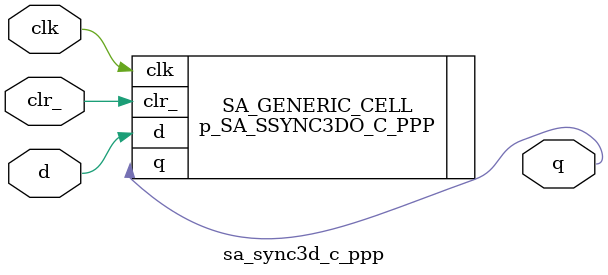
<source format=v>
module sa_sync3d_c_ppp ( d, clk, clr_, q );
input d, clk, clr_;
output q;
    p_SA_SSYNC3DO_C_PPP SA_GENERIC_CELL( .d(d), .clk(clk), .clr_(clr_), .q(q) );
// synopsys dc_script_begin
// synopsys dc_script_end
//g2c if {[find / -null_ok -subdesign sa_sync3d_c_ppp] != {} } { set_attr preserve 1 [find / -subdesign sa_sync3d_c_ppp] }
endmodule

</source>
